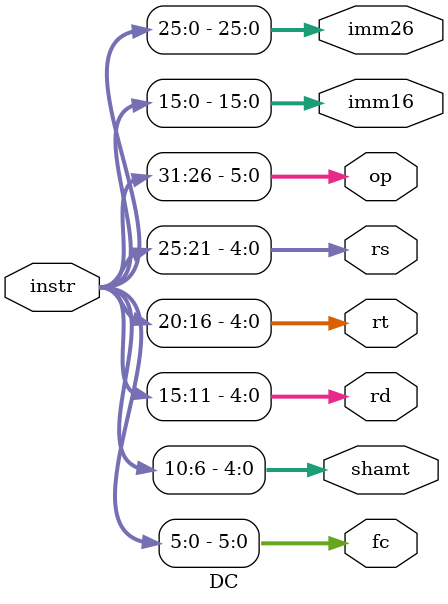
<source format=v>
`timescale 1ns / 1ps
module DC(
    input [31:0] instr,
    output [5:0] fc,
    output [4:0] shamt,
    output [4:0] rd,
    output [4:0] rt,
    output [4:0] rs,
    output [5:0] op,
    output [15:0] imm16,
    output [25:0] imm26
    );
	assign fc=instr[5:0];
	assign shamt=instr[10:6];
	assign rd=instr[15:11];
	assign rt=instr[20:16];
	assign rs=instr[25:21];
	assign op=instr[31:26];
	assign imm16=instr[15:0];
	assign imm26=instr[25:0];

endmodule

</source>
